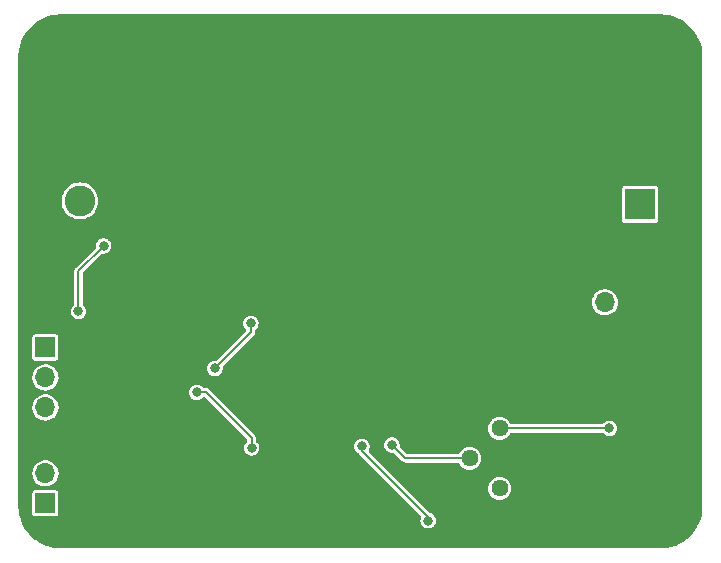
<source format=gbr>
%TF.GenerationSoftware,KiCad,Pcbnew,(6.0.6-0)*%
%TF.CreationDate,2022-08-07T14:06:52-04:00*%
%TF.ProjectId,BatteryLedStripDriver,42617474-6572-4794-9c65-645374726970,rev?*%
%TF.SameCoordinates,PX6160b60PY791ddc0*%
%TF.FileFunction,Copper,L2,Bot*%
%TF.FilePolarity,Positive*%
%FSLAX46Y46*%
G04 Gerber Fmt 4.6, Leading zero omitted, Abs format (unit mm)*
G04 Created by KiCad (PCBNEW (6.0.6-0)) date 2022-08-07 14:06:52*
%MOMM*%
%LPD*%
G01*
G04 APERTURE LIST*
%TA.AperFunction,ComponentPad*%
%ADD10R,2.600000X2.600000*%
%TD*%
%TA.AperFunction,ComponentPad*%
%ADD11C,2.600000*%
%TD*%
%TA.AperFunction,ComponentPad*%
%ADD12C,5.400000*%
%TD*%
%TA.AperFunction,ComponentPad*%
%ADD13C,1.440000*%
%TD*%
%TA.AperFunction,ComponentPad*%
%ADD14R,1.700000X1.700000*%
%TD*%
%TA.AperFunction,ComponentPad*%
%ADD15O,1.700000X1.700000*%
%TD*%
%TA.AperFunction,ComponentPad*%
%ADD16C,0.600000*%
%TD*%
%TA.AperFunction,SMDPad,CuDef*%
%ADD17R,5.800000X3.200000*%
%TD*%
%TA.AperFunction,ViaPad*%
%ADD18C,0.800000*%
%TD*%
%TA.AperFunction,Conductor*%
%ADD19C,0.203200*%
%TD*%
G04 APERTURE END LIST*
D10*
%TO.P,J1,1,Pin_1*%
%TO.N,GND*%
X5461000Y34671000D03*
D11*
%TO.P,J1,2,Pin_2*%
%TO.N,/VBATT*%
X5461000Y29671000D03*
%TD*%
D10*
%TO.P,J3,1,Pin_1*%
%TO.N,/VLED*%
X52883000Y29377000D03*
D11*
%TO.P,J3,2,Pin_2*%
%TO.N,GND*%
X52883000Y34377000D03*
%TD*%
D12*
%TO.P,H1,1,1*%
%TO.N,GND*%
X3810000Y41910000D03*
%TD*%
%TO.P,H4,1,1*%
%TO.N,GND*%
X54610000Y3810000D03*
%TD*%
%TO.P,H2,1,1*%
%TO.N,GND*%
X54610000Y41910000D03*
%TD*%
D13*
%TO.P,RV1,1,1*%
%TO.N,Net-(D2-Pad1)*%
X41006000Y10414000D03*
%TO.P,RV1,2,2*%
%TO.N,Net-(C1-Pad1)*%
X38466000Y7874000D03*
%TO.P,RV1,3,3*%
%TO.N,Net-(D1-Pad2)*%
X41006000Y5334000D03*
%TD*%
D12*
%TO.P,H3,1,1*%
%TO.N,GND*%
X8382000Y3810000D03*
%TD*%
D14*
%TO.P,J4,1,Pin_1*%
%TO.N,GND*%
X49911000Y18542000D03*
D15*
%TO.P,J4,2,Pin_2*%
%TO.N,/BST_VOUT*%
X49911000Y21082000D03*
%TD*%
D14*
%TO.P,J2,1,Pin_1*%
%TO.N,Net-(J2-Pad1)*%
X2540000Y17257000D03*
D15*
%TO.P,J2,2,Pin_2*%
%TO.N,/PWR_EN*%
X2540000Y14717000D03*
%TO.P,J2,3,Pin_3*%
%TO.N,Net-(J2-Pad3)*%
X2540000Y12177000D03*
%TD*%
D16*
%TO.P,U2,15,PAD*%
%TO.N,GND*%
X17974000Y15270000D03*
D17*
X20574000Y13970000D03*
D16*
X17974000Y13970000D03*
X19274000Y13970000D03*
X23174000Y13970000D03*
X21874000Y12670000D03*
X20574000Y15270000D03*
X21874000Y13970000D03*
X20574000Y12670000D03*
X23174000Y15270000D03*
X23174000Y12670000D03*
X21874000Y15270000D03*
X19274000Y12670000D03*
X17974000Y12670000D03*
X19274000Y15270000D03*
X20574000Y13970000D03*
%TD*%
D14*
%TO.P,SW1,1,1*%
%TO.N,/VBATT*%
X2540000Y4059000D03*
D15*
%TO.P,SW1,2,2*%
%TO.N,Net-(J2-Pad1)*%
X2540000Y6599000D03*
%TD*%
D18*
%TO.N,/BST_SS*%
X19939000Y19304000D03*
X16891000Y15494000D03*
%TO.N,Net-(D2-Pad1)*%
X50292000Y10414000D03*
%TO.N,/BST_FREQ*%
X15367000Y13462000D03*
X19998500Y8763000D03*
%TO.N,Net-(C1-Pad1)*%
X31877000Y9017000D03*
%TO.N,Net-(Q2-Pad1)*%
X5334000Y20320000D03*
X7467600Y25857200D03*
%TO.N,Net-(R1-Pad2)*%
X34950400Y2590800D03*
X29337000Y8890000D03*
%TO.N,GND*%
X11684000Y19507200D03*
X21590000Y34290000D03*
X17780000Y33020000D03*
X47396400Y18542000D03*
X44450000Y16510000D03*
X7569200Y38252400D03*
X40640000Y24130000D03*
X33020000Y30480000D03*
X49530000Y24130000D03*
X38049200Y14122400D03*
X13970000Y34290000D03*
X29210000Y31750000D03*
X21590000Y31750000D03*
X7366000Y16967200D03*
X27432000Y21793200D03*
X13970000Y36830000D03*
X34696400Y11734800D03*
X13462000Y19507200D03*
X14237000Y11049000D03*
X53340000Y18542000D03*
X36830000Y31826200D03*
X21844000Y7620000D03*
X27432000Y20015200D03*
X14986000Y20777200D03*
X44450000Y36830000D03*
X34645600Y13512800D03*
X55473600Y38100000D03*
X29210000Y36830000D03*
X25400000Y35560000D03*
X9296400Y9194800D03*
X33020000Y35560000D03*
X33020000Y33096200D03*
X36830000Y34290000D03*
X51460400Y38100000D03*
X21590000Y36830000D03*
X44450000Y33020000D03*
X40640000Y35560000D03*
X21590000Y29210000D03*
X29210000Y34290000D03*
X27432000Y18237200D03*
X17780000Y35560000D03*
X25400000Y33020000D03*
X29210000Y29210000D03*
X13970000Y31750000D03*
X53340000Y20320000D03*
X53441600Y38100000D03*
X24130000Y5791200D03*
X3556000Y38252400D03*
X25400000Y30480000D03*
X17780000Y30302200D03*
X5435600Y38252400D03*
X36830000Y36830000D03*
X13970000Y29210000D03*
X11841000Y9779000D03*
X44450000Y25400000D03*
%TD*%
D19*
%TO.N,/BST_SS*%
X19939000Y19304000D02*
X19939000Y18542000D01*
X19939000Y18542000D02*
X16891000Y15494000D01*
%TO.N,Net-(D2-Pad1)*%
X50292000Y10414000D02*
X41006000Y10414000D01*
%TO.N,/BST_FREQ*%
X19998500Y9592500D02*
X16129000Y13462000D01*
X16129000Y13462000D02*
X15367000Y13462000D01*
X19998500Y8763000D02*
X19998500Y9592500D01*
%TO.N,Net-(C1-Pad1)*%
X38466000Y7874000D02*
X33020000Y7874000D01*
X33020000Y7874000D02*
X31877000Y9017000D01*
%TO.N,Net-(Q2-Pad1)*%
X5334000Y23723600D02*
X5334000Y20320000D01*
X7467600Y25857200D02*
X5334000Y23723600D01*
%TO.N,Net-(R1-Pad2)*%
X34950400Y2590800D02*
X34950400Y2895600D01*
X34950400Y2895600D02*
X29337000Y8509000D01*
X29337000Y8509000D02*
X29337000Y8890000D01*
%TD*%
%TA.AperFunction,Conductor*%
%TO.N,GND*%
G36*
X54597103Y45463079D02*
G01*
X54610000Y45460514D01*
X54622169Y45462934D01*
X54634569Y45462934D01*
X54645624Y45463749D01*
X54843942Y45454007D01*
X54952322Y45448682D01*
X54964618Y45447472D01*
X55297520Y45398090D01*
X55309642Y45395680D01*
X55405572Y45371650D01*
X55636101Y45313905D01*
X55647933Y45310316D01*
X55964803Y45196939D01*
X55976227Y45192207D01*
X56280456Y45048317D01*
X56291361Y45042488D01*
X56580024Y44869470D01*
X56590305Y44862600D01*
X56860613Y44662126D01*
X56870171Y44654282D01*
X57119531Y44428275D01*
X57128275Y44419531D01*
X57354282Y44170171D01*
X57362126Y44160613D01*
X57562600Y43890305D01*
X57569470Y43880024D01*
X57742488Y43591361D01*
X57748317Y43580456D01*
X57892207Y43276227D01*
X57896939Y43264803D01*
X58010316Y42947933D01*
X58013905Y42936101D01*
X58095679Y42609645D01*
X58098091Y42597517D01*
X58147471Y42264623D01*
X58148683Y42252317D01*
X58163749Y41945624D01*
X58162934Y41934569D01*
X58162934Y41922169D01*
X58160514Y41910000D01*
X58163079Y41897106D01*
X58165500Y41872524D01*
X58165500Y3847476D01*
X58163079Y3822897D01*
X58160514Y3810000D01*
X58162935Y3797829D01*
X58162935Y3785418D01*
X58162908Y3785418D01*
X58163716Y3774392D01*
X58147964Y3460006D01*
X58146704Y3447458D01*
X58095213Y3107195D01*
X58092704Y3094838D01*
X58007466Y2761446D01*
X58003735Y2749400D01*
X57885598Y2426194D01*
X57880682Y2414581D01*
X57730821Y2104785D01*
X57724768Y2093723D01*
X57544706Y1800481D01*
X57537578Y1790078D01*
X57329098Y1516292D01*
X57320971Y1506660D01*
X57086157Y1255070D01*
X57077116Y1246307D01*
X56818335Y1019454D01*
X56808455Y1011631D01*
X56718473Y947444D01*
X56528295Y811783D01*
X56517675Y804983D01*
X56218959Y634147D01*
X56207713Y628442D01*
X55893406Y488316D01*
X55881646Y483764D01*
X55760656Y443769D01*
X55554906Y375756D01*
X55542764Y372406D01*
X55414704Y343886D01*
X55206860Y297598D01*
X55194430Y295476D01*
X54881976Y258115D01*
X54870814Y258162D01*
X54870815Y258148D01*
X54858434Y257293D01*
X54846124Y258870D01*
X54834147Y255616D01*
X54822318Y254799D01*
X54813638Y254500D01*
X4089115Y254500D01*
X4072555Y255593D01*
X4059569Y257315D01*
X4059568Y257315D01*
X4047265Y258946D01*
X4035274Y255745D01*
X4022889Y254944D01*
X4022887Y254970D01*
X4011940Y253452D01*
X3923018Y252159D01*
X3697023Y248873D01*
X3684437Y249320D01*
X3512925Y264011D01*
X3341404Y278704D01*
X3328943Y280402D01*
X3146339Y314658D01*
X2990541Y343886D01*
X2978294Y346824D01*
X2647931Y443769D01*
X2636040Y447915D01*
X2317008Y577353D01*
X2305605Y582656D01*
X2001058Y743311D01*
X1990253Y749721D01*
X1703265Y939975D01*
X1693155Y947431D01*
X1426598Y1165379D01*
X1417270Y1173819D01*
X1173819Y1417270D01*
X1165379Y1426598D01*
X947431Y1693155D01*
X939975Y1703265D01*
X749721Y1990253D01*
X743311Y2001058D01*
X582656Y2305605D01*
X577353Y2317008D01*
X447915Y2636040D01*
X443769Y2647931D01*
X346824Y2978294D01*
X343886Y2990541D01*
X308744Y3177865D01*
X280402Y3328943D01*
X278703Y3341413D01*
X268545Y3460006D01*
X249320Y3684437D01*
X248873Y3697023D01*
X253452Y4011939D01*
X254970Y4022887D01*
X254944Y4022889D01*
X255745Y4035274D01*
X258946Y4047265D01*
X255593Y4072555D01*
X254500Y4089115D01*
X254500Y4934067D01*
X1435500Y4934067D01*
X1435501Y3183934D01*
X1442612Y3148182D01*
X1445086Y3135745D01*
X1450266Y3109699D01*
X1506516Y3025516D01*
X1590699Y2969266D01*
X1664933Y2954500D01*
X2539858Y2954500D01*
X3415066Y2954501D01*
X3450818Y2961612D01*
X3477126Y2966844D01*
X3477128Y2966845D01*
X3489301Y2969266D01*
X3499621Y2976161D01*
X3499622Y2976162D01*
X3563168Y3018623D01*
X3573484Y3025516D01*
X3629734Y3109699D01*
X3644500Y3183933D01*
X3644499Y4934066D01*
X3629734Y5008301D01*
X3573484Y5092484D01*
X3489301Y5148734D01*
X3415067Y5163500D01*
X2540142Y5163500D01*
X1664934Y5163499D01*
X1633430Y5157233D01*
X1602874Y5151156D01*
X1602872Y5151155D01*
X1590699Y5148734D01*
X1580379Y5141839D01*
X1580378Y5141838D01*
X1543290Y5117056D01*
X1506516Y5092484D01*
X1450266Y5008301D01*
X1435500Y4934067D01*
X254500Y4934067D01*
X254500Y6628036D01*
X1431148Y6628036D01*
X1444424Y6425478D01*
X1445845Y6419882D01*
X1445846Y6419877D01*
X1477782Y6294131D01*
X1494392Y6228731D01*
X1496809Y6223488D01*
X1532621Y6145806D01*
X1579377Y6044384D01*
X1696533Y5878611D01*
X1841938Y5736965D01*
X1846742Y5733755D01*
X1878415Y5712592D01*
X2010720Y5624188D01*
X2016023Y5621910D01*
X2016026Y5621908D01*
X2104707Y5583808D01*
X2197228Y5544058D01*
X2225813Y5537590D01*
X2389579Y5500533D01*
X2389584Y5500532D01*
X2395216Y5499258D01*
X2400987Y5499031D01*
X2400989Y5499031D01*
X2460756Y5496683D01*
X2598053Y5491288D01*
X2698499Y5505852D01*
X2793231Y5519587D01*
X2793236Y5519588D01*
X2798945Y5520416D01*
X2804409Y5522271D01*
X2804414Y5522272D01*
X2985693Y5583808D01*
X2985698Y5583810D01*
X2991165Y5585666D01*
X3168276Y5684853D01*
X3187992Y5701250D01*
X3319913Y5810969D01*
X3324345Y5814655D01*
X3381463Y5883331D01*
X3450453Y5966282D01*
X3450455Y5966285D01*
X3454147Y5970724D01*
X3513845Y6077323D01*
X3550510Y6142792D01*
X3550511Y6142794D01*
X3553334Y6147835D01*
X3555190Y6153302D01*
X3555192Y6153307D01*
X3616728Y6334586D01*
X3616729Y6334591D01*
X3618584Y6340055D01*
X3619412Y6345764D01*
X3619413Y6345769D01*
X3647179Y6537273D01*
X3647712Y6540947D01*
X3649232Y6599000D01*
X3630658Y6801141D01*
X3629090Y6806701D01*
X3577125Y6990954D01*
X3577124Y6990956D01*
X3575557Y6996513D01*
X3564978Y7017967D01*
X3488331Y7173391D01*
X3485776Y7178572D01*
X3364320Y7341221D01*
X3215258Y7479013D01*
X3210375Y7482094D01*
X3210371Y7482097D01*
X3048464Y7584252D01*
X3043581Y7587333D01*
X2855039Y7662554D01*
X2849379Y7663680D01*
X2849375Y7663681D01*
X2661613Y7701029D01*
X2661610Y7701029D01*
X2655946Y7702156D01*
X2650171Y7702232D01*
X2650167Y7702232D01*
X2548793Y7703559D01*
X2452971Y7704813D01*
X2447274Y7703834D01*
X2447273Y7703834D01*
X2258607Y7671415D01*
X2252910Y7670436D01*
X2062463Y7600176D01*
X1888010Y7496388D01*
X1883670Y7492582D01*
X1883666Y7492579D01*
X1739733Y7366352D01*
X1735392Y7362545D01*
X1609720Y7203131D01*
X1607031Y7198020D01*
X1607029Y7198017D01*
X1594073Y7173391D01*
X1515203Y7023485D01*
X1455007Y6829622D01*
X1431148Y6628036D01*
X254500Y6628036D01*
X254500Y12206036D01*
X1431148Y12206036D01*
X1444424Y12003478D01*
X1445845Y11997882D01*
X1445846Y11997877D01*
X1466119Y11918055D01*
X1494392Y11806731D01*
X1496809Y11801488D01*
X1534010Y11720792D01*
X1579377Y11622384D01*
X1696533Y11456611D01*
X1841938Y11314965D01*
X2010720Y11202188D01*
X2016023Y11199910D01*
X2016026Y11199908D01*
X2104707Y11161808D01*
X2197228Y11122058D01*
X2270244Y11105536D01*
X2389579Y11078533D01*
X2389584Y11078532D01*
X2395216Y11077258D01*
X2400987Y11077031D01*
X2400989Y11077031D01*
X2460756Y11074683D01*
X2598053Y11069288D01*
X2698499Y11083852D01*
X2793231Y11097587D01*
X2793236Y11097588D01*
X2798945Y11098416D01*
X2804409Y11100271D01*
X2804414Y11100272D01*
X2985693Y11161808D01*
X2985698Y11161810D01*
X2991165Y11163666D01*
X3168276Y11262853D01*
X3229501Y11313773D01*
X3319913Y11388969D01*
X3324345Y11392655D01*
X3454147Y11548724D01*
X3553334Y11725835D01*
X3555190Y11731302D01*
X3555192Y11731307D01*
X3616728Y11912586D01*
X3616729Y11912591D01*
X3618584Y11918055D01*
X3619412Y11923764D01*
X3619413Y11923769D01*
X3647179Y12115273D01*
X3647712Y12118947D01*
X3649232Y12177000D01*
X3630658Y12379141D01*
X3629090Y12384701D01*
X3577125Y12568954D01*
X3577124Y12568956D01*
X3575557Y12574513D01*
X3564978Y12595967D01*
X3488331Y12751391D01*
X3485776Y12756572D01*
X3364320Y12919221D01*
X3215258Y13057013D01*
X3210375Y13060094D01*
X3210371Y13060097D01*
X3048464Y13162252D01*
X3043581Y13165333D01*
X2855039Y13240554D01*
X2849379Y13241680D01*
X2849375Y13241681D01*
X2661613Y13279029D01*
X2661610Y13279029D01*
X2655946Y13280156D01*
X2650171Y13280232D01*
X2650167Y13280232D01*
X2548793Y13281559D01*
X2452971Y13282813D01*
X2447274Y13281834D01*
X2447273Y13281834D01*
X2258607Y13249415D01*
X2252910Y13248436D01*
X2062463Y13178176D01*
X1888010Y13074388D01*
X1883670Y13070582D01*
X1883666Y13070579D01*
X1815503Y13010801D01*
X1735392Y12940545D01*
X1731817Y12936010D01*
X1731816Y12936009D01*
X1714931Y12914591D01*
X1609720Y12781131D01*
X1607031Y12776020D01*
X1607029Y12776017D01*
X1594073Y12751391D01*
X1515203Y12601485D01*
X1455007Y12407622D01*
X1431148Y12206036D01*
X254500Y12206036D01*
X254500Y13468904D01*
X14707729Y13468904D01*
X14725113Y13311447D01*
X14727723Y13304316D01*
X14727723Y13304314D01*
X14773883Y13178176D01*
X14779553Y13162681D01*
X14783789Y13156378D01*
X14783789Y13156377D01*
X14848487Y13060097D01*
X14867908Y13031195D01*
X14873527Y13026082D01*
X14873528Y13026081D01*
X14884903Y13015731D01*
X14985076Y12924581D01*
X15124293Y12848992D01*
X15277522Y12808793D01*
X15361477Y12807474D01*
X15428319Y12806424D01*
X15428322Y12806424D01*
X15435916Y12806305D01*
X15590332Y12841671D01*
X15660742Y12877083D01*
X15725072Y12909437D01*
X15725075Y12909439D01*
X15731855Y12912849D01*
X15737626Y12917778D01*
X15737629Y12917780D01*
X15846542Y13010801D01*
X15846543Y13010802D01*
X15852314Y13015731D01*
X15857487Y13022930D01*
X15858221Y13023502D01*
X15861889Y13027491D01*
X15862554Y13026879D01*
X15913482Y13066576D01*
X15984185Y13073020D01*
X16048903Y13038496D01*
X17827370Y11260028D01*
X19605495Y9481903D01*
X19639521Y9419591D01*
X19642400Y9392808D01*
X19642400Y9378226D01*
X19622398Y9310105D01*
X19599229Y9283277D01*
X19514265Y9209158D01*
X19514261Y9209154D01*
X19508539Y9204162D01*
X19417450Y9074556D01*
X19406484Y9046429D01*
X19365547Y8941431D01*
X19359906Y8926963D01*
X19358914Y8919430D01*
X19358914Y8919429D01*
X19340364Y8778523D01*
X19339229Y8769904D01*
X19356613Y8612447D01*
X19359223Y8605316D01*
X19359223Y8605314D01*
X19405183Y8479723D01*
X19411053Y8463681D01*
X19415289Y8457378D01*
X19415289Y8457377D01*
X19452457Y8402066D01*
X19499408Y8332195D01*
X19505027Y8327082D01*
X19505028Y8327081D01*
X19589698Y8250038D01*
X19616576Y8225581D01*
X19755793Y8149992D01*
X19909022Y8109793D01*
X19992977Y8108474D01*
X20059819Y8107424D01*
X20059822Y8107424D01*
X20067416Y8107305D01*
X20221832Y8142671D01*
X20292242Y8178083D01*
X20356572Y8210437D01*
X20356575Y8210439D01*
X20363355Y8213849D01*
X20369126Y8218778D01*
X20369129Y8218780D01*
X20478036Y8311796D01*
X20478036Y8311797D01*
X20483814Y8316731D01*
X20576255Y8445376D01*
X20635342Y8592359D01*
X20649058Y8688736D01*
X20657081Y8745109D01*
X20657081Y8745112D01*
X20657662Y8749193D01*
X20657807Y8763000D01*
X20655519Y8781912D01*
X20653602Y8797746D01*
X20641603Y8896904D01*
X28677729Y8896904D01*
X28684761Y8833215D01*
X28693582Y8753318D01*
X28695113Y8739447D01*
X28697723Y8732316D01*
X28697723Y8732314D01*
X28746185Y8599885D01*
X28749553Y8590681D01*
X28753789Y8584378D01*
X28753789Y8584377D01*
X28830100Y8470815D01*
X28837908Y8459195D01*
X28843527Y8454082D01*
X28843528Y8454081D01*
X28945488Y8361305D01*
X28955076Y8352581D01*
X28961749Y8348958D01*
X29015200Y8319936D01*
X29044591Y8296992D01*
X29044999Y8297400D01*
X29045612Y8296787D01*
X29047288Y8294886D01*
X29047908Y8294402D01*
X29048454Y8293808D01*
X29048657Y8293431D01*
X29048609Y8293388D01*
X29048792Y8293181D01*
X29051735Y8287726D01*
X29059382Y8280658D01*
X29059382Y8280657D01*
X29088795Y8253468D01*
X29092361Y8250038D01*
X34330989Y3011410D01*
X34365015Y2949098D01*
X34359287Y2876546D01*
X34311806Y2754763D01*
X34291129Y2597704D01*
X34308513Y2440247D01*
X34311123Y2433116D01*
X34311123Y2433114D01*
X34355749Y2311168D01*
X34362953Y2291481D01*
X34451308Y2159995D01*
X34456927Y2154882D01*
X34456928Y2154881D01*
X34468303Y2144531D01*
X34568476Y2053381D01*
X34707693Y1977792D01*
X34860922Y1937593D01*
X34944877Y1936274D01*
X35011719Y1935224D01*
X35011722Y1935224D01*
X35019316Y1935105D01*
X35173732Y1970471D01*
X35244142Y2005883D01*
X35308472Y2038237D01*
X35308475Y2038239D01*
X35315255Y2041649D01*
X35321026Y2046578D01*
X35321029Y2046580D01*
X35429936Y2139596D01*
X35429936Y2139597D01*
X35435714Y2144531D01*
X35528155Y2273176D01*
X35587242Y2420159D01*
X35609562Y2576993D01*
X35609707Y2590800D01*
X35590676Y2748067D01*
X35534680Y2896254D01*
X35501954Y2943871D01*
X35449255Y3020549D01*
X35449254Y3020551D01*
X35444953Y3026808D01*
X35326675Y3132189D01*
X35186674Y3206316D01*
X35162508Y3212386D01*
X35104107Y3245495D01*
X33001930Y5347672D01*
X40026880Y5347672D01*
X40042872Y5157233D01*
X40095549Y4973527D01*
X40098367Y4968045D01*
X40098368Y4968041D01*
X40180085Y4809037D01*
X40180088Y4809033D01*
X40182905Y4803551D01*
X40301612Y4653780D01*
X40306306Y4649785D01*
X40330086Y4629547D01*
X40447149Y4529918D01*
X40452527Y4526912D01*
X40452529Y4526911D01*
X40492733Y4504442D01*
X40613972Y4436684D01*
X40795728Y4377628D01*
X40985493Y4355000D01*
X40991628Y4355472D01*
X40991630Y4355472D01*
X41055393Y4360378D01*
X41176039Y4369661D01*
X41360108Y4421055D01*
X41365612Y4423835D01*
X41525189Y4504442D01*
X41525191Y4504443D01*
X41530690Y4507221D01*
X41681286Y4624880D01*
X41685312Y4629544D01*
X41685315Y4629547D01*
X41802134Y4764884D01*
X41806161Y4769549D01*
X41900557Y4935717D01*
X41960881Y5117056D01*
X41984833Y5306659D01*
X41985215Y5334000D01*
X41966566Y5524197D01*
X41911329Y5707150D01*
X41821609Y5875889D01*
X41817719Y5880659D01*
X41817716Y5880663D01*
X41704717Y6019213D01*
X41704714Y6019216D01*
X41700822Y6023988D01*
X41669828Y6049629D01*
X41558319Y6141877D01*
X41553570Y6145806D01*
X41385461Y6236702D01*
X41202899Y6293215D01*
X41196781Y6293858D01*
X41196776Y6293859D01*
X41018965Y6312547D01*
X41018963Y6312547D01*
X41012836Y6313191D01*
X40933644Y6305984D01*
X40828652Y6296429D01*
X40828649Y6296428D01*
X40822513Y6295870D01*
X40816607Y6294132D01*
X40816603Y6294131D01*
X40683352Y6254912D01*
X40639180Y6241912D01*
X40469818Y6153372D01*
X40320879Y6033622D01*
X40198036Y5887224D01*
X40195068Y5881826D01*
X40195065Y5881821D01*
X40118584Y5742700D01*
X40105969Y5719754D01*
X40104108Y5713887D01*
X40104107Y5713885D01*
X40074930Y5621908D01*
X40048183Y5537590D01*
X40026880Y5347672D01*
X33001930Y5347672D01*
X29932191Y8417411D01*
X29898165Y8479723D01*
X29903230Y8550538D01*
X29910575Y8566559D01*
X29914755Y8572376D01*
X29917586Y8579419D01*
X29917588Y8579422D01*
X29960354Y8685806D01*
X29973842Y8719359D01*
X29982992Y8783651D01*
X29995581Y8872109D01*
X29995581Y8872112D01*
X29996162Y8876193D01*
X29996307Y8890000D01*
X29980103Y9023904D01*
X31217729Y9023904D01*
X31226421Y8945175D01*
X31233582Y8880318D01*
X31235113Y8866447D01*
X31237723Y8859316D01*
X31237723Y8859314D01*
X31286185Y8726885D01*
X31289553Y8717681D01*
X31293789Y8711378D01*
X31293789Y8711377D01*
X31370100Y8597815D01*
X31377908Y8586195D01*
X31383527Y8581082D01*
X31383528Y8581081D01*
X31397995Y8567917D01*
X31495076Y8479581D01*
X31634293Y8403992D01*
X31787522Y8363793D01*
X31873206Y8362447D01*
X31938320Y8361424D01*
X31938323Y8361424D01*
X31945916Y8361305D01*
X31953317Y8363000D01*
X31960587Y8363764D01*
X32030425Y8350990D01*
X32062849Y8327549D01*
X32731833Y7658565D01*
X32744505Y7642875D01*
X32747327Y7639774D01*
X32752975Y7631026D01*
X32761153Y7624579D01*
X32777367Y7611797D01*
X32781397Y7608216D01*
X32781480Y7608314D01*
X32785437Y7604961D01*
X32789118Y7601280D01*
X32793350Y7598256D01*
X32793352Y7598254D01*
X32803711Y7590851D01*
X32808456Y7587288D01*
X32837895Y7564080D01*
X32837897Y7564079D01*
X32846075Y7557632D01*
X32854180Y7554786D01*
X32861171Y7549790D01*
X32896462Y7539236D01*
X32907071Y7536063D01*
X32912715Y7534229D01*
X32950447Y7520979D01*
X32950450Y7520978D01*
X32957929Y7518352D01*
X32963148Y7517900D01*
X32965859Y7517900D01*
X32968135Y7517802D01*
X32968585Y7517667D01*
X32968583Y7517613D01*
X32968814Y7517598D01*
X32974751Y7515823D01*
X33025149Y7517803D01*
X33030095Y7517900D01*
X37476392Y7517900D01*
X37544513Y7497898D01*
X37588456Y7449498D01*
X37642905Y7343551D01*
X37761612Y7193780D01*
X37766306Y7189785D01*
X37790086Y7169547D01*
X37907149Y7069918D01*
X37912527Y7066912D01*
X37912529Y7066911D01*
X37952733Y7044442D01*
X38073972Y6976684D01*
X38255728Y6917628D01*
X38445493Y6895000D01*
X38451628Y6895472D01*
X38451630Y6895472D01*
X38515393Y6900378D01*
X38636039Y6909661D01*
X38820108Y6961055D01*
X38825612Y6963835D01*
X38985189Y7044442D01*
X38985191Y7044443D01*
X38990690Y7047221D01*
X39141286Y7164880D01*
X39145312Y7169544D01*
X39145315Y7169547D01*
X39262134Y7304884D01*
X39266161Y7309549D01*
X39360557Y7475717D01*
X39362680Y7482097D01*
X39404634Y7608216D01*
X39420881Y7657056D01*
X39444833Y7846659D01*
X39445215Y7874000D01*
X39426566Y8064197D01*
X39371329Y8247150D01*
X39316116Y8350990D01*
X39284503Y8410447D01*
X39284501Y8410450D01*
X39281609Y8415889D01*
X39277719Y8420659D01*
X39277716Y8420663D01*
X39164717Y8559213D01*
X39164714Y8559216D01*
X39160822Y8563988D01*
X39135055Y8585305D01*
X39018319Y8681877D01*
X39013570Y8685806D01*
X38845461Y8776702D01*
X38662899Y8833215D01*
X38656781Y8833858D01*
X38656776Y8833859D01*
X38478965Y8852547D01*
X38478963Y8852547D01*
X38472836Y8853191D01*
X38393644Y8845984D01*
X38288652Y8836429D01*
X38288649Y8836428D01*
X38282513Y8835870D01*
X38276607Y8834132D01*
X38276603Y8834131D01*
X38143352Y8794912D01*
X38099180Y8781912D01*
X37929818Y8693372D01*
X37925018Y8689512D01*
X37925017Y8689512D01*
X37790156Y8581081D01*
X37780879Y8573622D01*
X37658036Y8427224D01*
X37655068Y8421826D01*
X37655065Y8421821D01*
X37603239Y8327549D01*
X37588870Y8301410D01*
X37585565Y8295399D01*
X37535220Y8245341D01*
X37475150Y8230100D01*
X33219692Y8230100D01*
X33151571Y8250102D01*
X33130596Y8267005D01*
X32563019Y8834583D01*
X32528994Y8896895D01*
X32527372Y8941431D01*
X32535581Y8999109D01*
X32535581Y8999112D01*
X32536162Y9003193D01*
X32536307Y9017000D01*
X32517276Y9174267D01*
X32461280Y9322454D01*
X32387152Y9430311D01*
X32375855Y9446749D01*
X32375854Y9446751D01*
X32371553Y9453008D01*
X32253275Y9558389D01*
X32245889Y9562300D01*
X32148794Y9613709D01*
X32113274Y9632516D01*
X31959633Y9671108D01*
X31952034Y9671148D01*
X31952033Y9671148D01*
X31886181Y9671493D01*
X31801221Y9671938D01*
X31793841Y9670166D01*
X31793839Y9670166D01*
X31654563Y9636729D01*
X31654560Y9636728D01*
X31647184Y9634957D01*
X31506414Y9562300D01*
X31387039Y9458162D01*
X31295950Y9328556D01*
X31267178Y9254759D01*
X31244056Y9195454D01*
X31238406Y9180963D01*
X31237414Y9173430D01*
X31237414Y9173429D01*
X31220805Y9047267D01*
X31217729Y9023904D01*
X29980103Y9023904D01*
X29977276Y9047267D01*
X29921280Y9195454D01*
X29859886Y9284783D01*
X29835855Y9319749D01*
X29835854Y9319751D01*
X29831553Y9326008D01*
X29821717Y9334772D01*
X29718946Y9426336D01*
X29713275Y9431389D01*
X29705889Y9435300D01*
X29579988Y9501961D01*
X29579989Y9501961D01*
X29573274Y9505516D01*
X29419633Y9544108D01*
X29412034Y9544148D01*
X29412033Y9544148D01*
X29346181Y9544493D01*
X29261221Y9544938D01*
X29253841Y9543166D01*
X29253839Y9543166D01*
X29114563Y9509729D01*
X29114560Y9509728D01*
X29107184Y9507957D01*
X28966414Y9435300D01*
X28847039Y9331162D01*
X28755950Y9201556D01*
X28744984Y9173429D01*
X28704056Y9068454D01*
X28698406Y9053963D01*
X28697414Y9046430D01*
X28697414Y9046429D01*
X28680805Y8920267D01*
X28677729Y8896904D01*
X20641603Y8896904D01*
X20638776Y8920267D01*
X20582780Y9068454D01*
X20500589Y9188043D01*
X20497355Y9192749D01*
X20497354Y9192751D01*
X20493053Y9199008D01*
X20487268Y9204162D01*
X20396781Y9284783D01*
X20359225Y9345034D01*
X20354600Y9378860D01*
X20354600Y9541078D01*
X20356732Y9561111D01*
X20356930Y9565309D01*
X20359123Y9575494D01*
X20355473Y9606333D01*
X20355156Y9611715D01*
X20355028Y9611704D01*
X20354600Y9616882D01*
X20354600Y9622084D01*
X20352457Y9634957D01*
X20351658Y9639761D01*
X20350823Y9645633D01*
X20346415Y9682875D01*
X20346413Y9682882D01*
X20345189Y9693223D01*
X20341471Y9700966D01*
X20340060Y9709442D01*
X20317298Y9751626D01*
X20314617Y9756889D01*
X20297304Y9792944D01*
X20297303Y9792945D01*
X20293872Y9800091D01*
X20290501Y9804101D01*
X20288562Y9806040D01*
X20287047Y9807692D01*
X20286827Y9808100D01*
X20286868Y9808138D01*
X20286708Y9808319D01*
X20283765Y9813774D01*
X20246718Y9848019D01*
X20243153Y9851449D01*
X19666930Y10427672D01*
X40026880Y10427672D01*
X40033199Y10352423D01*
X40041726Y10250885D01*
X40042872Y10237233D01*
X40095549Y10053527D01*
X40098367Y10048045D01*
X40098368Y10048041D01*
X40180085Y9889037D01*
X40180088Y9889033D01*
X40182905Y9883551D01*
X40301612Y9733780D01*
X40306306Y9729785D01*
X40424774Y9628961D01*
X40447149Y9609918D01*
X40452527Y9606912D01*
X40452529Y9606911D01*
X40490239Y9585836D01*
X40613972Y9516684D01*
X40795728Y9457628D01*
X40985493Y9435000D01*
X40991628Y9435472D01*
X40991630Y9435472D01*
X41055393Y9440378D01*
X41176039Y9449661D01*
X41360108Y9501055D01*
X41366881Y9504476D01*
X41525189Y9584442D01*
X41525191Y9584443D01*
X41530690Y9587221D01*
X41681286Y9704880D01*
X41685312Y9709544D01*
X41685315Y9709547D01*
X41802134Y9844884D01*
X41806161Y9849549D01*
X41812915Y9861437D01*
X41873297Y9967731D01*
X41888298Y9994137D01*
X41939337Y10043487D01*
X41997854Y10057900D01*
X49675572Y10057900D01*
X49743693Y10037898D01*
X49780152Y10002178D01*
X49792908Y9983195D01*
X49910076Y9876581D01*
X50049293Y9800992D01*
X50202522Y9760793D01*
X50286477Y9759474D01*
X50353319Y9758424D01*
X50353322Y9758424D01*
X50360916Y9758305D01*
X50515332Y9793671D01*
X50617159Y9844884D01*
X50650072Y9861437D01*
X50650075Y9861439D01*
X50656855Y9864849D01*
X50662626Y9869778D01*
X50662629Y9869780D01*
X50771536Y9962796D01*
X50771536Y9962797D01*
X50777314Y9967731D01*
X50869755Y10096376D01*
X50928842Y10243359D01*
X50951162Y10400193D01*
X50951307Y10414000D01*
X50932276Y10571267D01*
X50876280Y10719454D01*
X50804669Y10823649D01*
X50790855Y10843749D01*
X50790854Y10843751D01*
X50786553Y10850008D01*
X50668275Y10955389D01*
X50660889Y10959300D01*
X50534988Y11025961D01*
X50534989Y11025961D01*
X50528274Y11029516D01*
X50374633Y11068108D01*
X50367034Y11068148D01*
X50367033Y11068148D01*
X50301181Y11068493D01*
X50216221Y11068938D01*
X50208841Y11067166D01*
X50208839Y11067166D01*
X50069563Y11033729D01*
X50069560Y11033728D01*
X50062184Y11031957D01*
X49921414Y10959300D01*
X49802039Y10855162D01*
X49797672Y10848949D01*
X49797667Y10848943D01*
X49779890Y10823649D01*
X49724356Y10779417D01*
X49676804Y10770100D01*
X41996103Y10770100D01*
X41927982Y10790102D01*
X41884852Y10836946D01*
X41872512Y10860154D01*
X41821609Y10955889D01*
X41817719Y10960659D01*
X41817716Y10960663D01*
X41704717Y11099213D01*
X41704714Y11099216D01*
X41700822Y11103988D01*
X41680521Y11120783D01*
X41558319Y11221877D01*
X41553570Y11225806D01*
X41385461Y11316702D01*
X41202899Y11373215D01*
X41196781Y11373858D01*
X41196776Y11373859D01*
X41018965Y11392547D01*
X41018963Y11392547D01*
X41012836Y11393191D01*
X40933644Y11385984D01*
X40828652Y11376429D01*
X40828649Y11376428D01*
X40822513Y11375870D01*
X40816607Y11374132D01*
X40816603Y11374131D01*
X40683352Y11334912D01*
X40639180Y11321912D01*
X40469818Y11233372D01*
X40465018Y11229512D01*
X40465017Y11229512D01*
X40383121Y11163666D01*
X40320879Y11113622D01*
X40198036Y10967224D01*
X40195068Y10961826D01*
X40195065Y10961821D01*
X40139174Y10860154D01*
X40105969Y10799754D01*
X40104108Y10793887D01*
X40104107Y10793885D01*
X40096562Y10770100D01*
X40048183Y10617590D01*
X40026880Y10427672D01*
X19666930Y10427672D01*
X16417167Y13677435D01*
X16404495Y13693125D01*
X16401673Y13696226D01*
X16396025Y13704974D01*
X16371633Y13724203D01*
X16367603Y13727784D01*
X16367520Y13727686D01*
X16363563Y13731039D01*
X16359882Y13734720D01*
X16355648Y13737746D01*
X16345289Y13745149D01*
X16340544Y13748712D01*
X16311105Y13771920D01*
X16311103Y13771921D01*
X16302925Y13778368D01*
X16294820Y13781214D01*
X16287829Y13786210D01*
X16241938Y13799934D01*
X16236293Y13801768D01*
X16198553Y13815021D01*
X16198550Y13815022D01*
X16191071Y13817648D01*
X16185852Y13818100D01*
X16183141Y13818100D01*
X16180864Y13818198D01*
X16180415Y13818333D01*
X16180417Y13818387D01*
X16180184Y13818402D01*
X16174248Y13820177D01*
X16124385Y13818218D01*
X16123850Y13818197D01*
X16118904Y13818100D01*
X15982764Y13818100D01*
X15914643Y13838102D01*
X15878924Y13872733D01*
X15865855Y13891749D01*
X15865854Y13891751D01*
X15861553Y13898008D01*
X15743275Y14003389D01*
X15735889Y14007300D01*
X15609988Y14073961D01*
X15609989Y14073961D01*
X15603274Y14077516D01*
X15449633Y14116108D01*
X15442034Y14116148D01*
X15442033Y14116148D01*
X15376181Y14116493D01*
X15291221Y14116938D01*
X15283841Y14115166D01*
X15283839Y14115166D01*
X15144563Y14081729D01*
X15144560Y14081728D01*
X15137184Y14079957D01*
X14996414Y14007300D01*
X14877039Y13903162D01*
X14785950Y13773556D01*
X14728406Y13625963D01*
X14727414Y13618430D01*
X14727414Y13618429D01*
X14726241Y13609515D01*
X14707729Y13468904D01*
X254500Y13468904D01*
X254500Y14746036D01*
X1431148Y14746036D01*
X1444424Y14543478D01*
X1445845Y14537882D01*
X1445846Y14537877D01*
X1466119Y14458055D01*
X1494392Y14346731D01*
X1496809Y14341488D01*
X1534010Y14260792D01*
X1579377Y14162384D01*
X1582710Y14157668D01*
X1692505Y14002311D01*
X1696533Y13996611D01*
X1841938Y13854965D01*
X1846742Y13851755D01*
X1896681Y13818387D01*
X2010720Y13742188D01*
X2016023Y13739910D01*
X2016026Y13739908D01*
X2104707Y13701808D01*
X2197228Y13662058D01*
X2270244Y13645536D01*
X2389579Y13618533D01*
X2389584Y13618532D01*
X2395216Y13617258D01*
X2400987Y13617031D01*
X2400989Y13617031D01*
X2460756Y13614683D01*
X2598053Y13609288D01*
X2698499Y13623852D01*
X2793231Y13637587D01*
X2793236Y13637588D01*
X2798945Y13638416D01*
X2804409Y13640271D01*
X2804414Y13640272D01*
X2985693Y13701808D01*
X2985698Y13701810D01*
X2991165Y13703666D01*
X3027837Y13724203D01*
X3127062Y13779772D01*
X3168276Y13802853D01*
X3182907Y13815021D01*
X3319913Y13928969D01*
X3324345Y13932655D01*
X3441869Y14073961D01*
X3450453Y14084282D01*
X3450455Y14084285D01*
X3454147Y14088724D01*
X3553334Y14265835D01*
X3555190Y14271302D01*
X3555192Y14271307D01*
X3616728Y14452586D01*
X3616729Y14452591D01*
X3618584Y14458055D01*
X3619412Y14463764D01*
X3619413Y14463769D01*
X3647179Y14655273D01*
X3647712Y14658947D01*
X3649232Y14717000D01*
X3634836Y14873671D01*
X3631187Y14913387D01*
X3631186Y14913390D01*
X3630658Y14919141D01*
X3624370Y14941437D01*
X3577125Y15108954D01*
X3577124Y15108956D01*
X3575557Y15114513D01*
X3564978Y15135967D01*
X3488331Y15291391D01*
X3485776Y15296572D01*
X3364320Y15459221D01*
X3319228Y15500904D01*
X16231729Y15500904D01*
X16249113Y15343447D01*
X16251723Y15336316D01*
X16251723Y15336314D01*
X16268163Y15291391D01*
X16303553Y15194681D01*
X16391908Y15063195D01*
X16397527Y15058082D01*
X16397528Y15058081D01*
X16408903Y15047731D01*
X16509076Y14956581D01*
X16648293Y14880992D01*
X16801522Y14840793D01*
X16885477Y14839474D01*
X16952319Y14838424D01*
X16952322Y14838424D01*
X16959916Y14838305D01*
X17114332Y14873671D01*
X17215795Y14924701D01*
X17249072Y14941437D01*
X17249075Y14941439D01*
X17255855Y14944849D01*
X17261626Y14949778D01*
X17261629Y14949780D01*
X17370536Y15042796D01*
X17370536Y15042797D01*
X17376314Y15047731D01*
X17468755Y15176376D01*
X17527842Y15323359D01*
X17533965Y15366385D01*
X17549581Y15476109D01*
X17549581Y15476112D01*
X17550162Y15480193D01*
X17550307Y15494000D01*
X17540865Y15572025D01*
X17552538Y15642054D01*
X17576857Y15676256D01*
X20154435Y18253833D01*
X20170125Y18266505D01*
X20173226Y18269327D01*
X20181974Y18274975D01*
X20201203Y18299367D01*
X20204784Y18303397D01*
X20204686Y18303480D01*
X20208039Y18307437D01*
X20211720Y18311118D01*
X20222149Y18325711D01*
X20225712Y18330456D01*
X20248920Y18359895D01*
X20248921Y18359897D01*
X20255368Y18368075D01*
X20258214Y18376180D01*
X20263210Y18383171D01*
X20276934Y18429062D01*
X20278768Y18434707D01*
X20292021Y18472447D01*
X20292022Y18472450D01*
X20294648Y18479929D01*
X20295100Y18485148D01*
X20295100Y18487859D01*
X20295198Y18490136D01*
X20295333Y18490585D01*
X20295387Y18490583D01*
X20295402Y18490816D01*
X20297177Y18496752D01*
X20295197Y18547150D01*
X20295100Y18552096D01*
X20295100Y18689285D01*
X20315102Y18757406D01*
X20339270Y18785096D01*
X20418532Y18852792D01*
X20418535Y18852795D01*
X20424314Y18857731D01*
X20516755Y18986376D01*
X20575842Y19133359D01*
X20598162Y19290193D01*
X20598307Y19304000D01*
X20579276Y19461267D01*
X20523280Y19609454D01*
X20485500Y19664424D01*
X20437855Y19733749D01*
X20437854Y19733751D01*
X20433553Y19740008D01*
X20315275Y19845389D01*
X20307889Y19849300D01*
X20181988Y19915961D01*
X20181989Y19915961D01*
X20175274Y19919516D01*
X20021633Y19958108D01*
X20014034Y19958148D01*
X20014033Y19958148D01*
X19948181Y19958493D01*
X19863221Y19958938D01*
X19855841Y19957166D01*
X19855839Y19957166D01*
X19716563Y19923729D01*
X19716560Y19923728D01*
X19709184Y19921957D01*
X19568414Y19849300D01*
X19449039Y19745162D01*
X19357950Y19615556D01*
X19300406Y19467963D01*
X19279729Y19310904D01*
X19297113Y19153447D01*
X19351553Y19004681D01*
X19439908Y18873195D01*
X19513264Y18806447D01*
X19550185Y18745807D01*
X19548462Y18674832D01*
X19517558Y18624159D01*
X17076724Y16183326D01*
X17014412Y16149300D01*
X16975709Y16147587D01*
X16973633Y16148108D01*
X16966037Y16148148D01*
X16966035Y16148148D01*
X16898163Y16148503D01*
X16815221Y16148938D01*
X16807841Y16147166D01*
X16807839Y16147166D01*
X16668563Y16113729D01*
X16668560Y16113728D01*
X16661184Y16111957D01*
X16520414Y16039300D01*
X16401039Y15935162D01*
X16309950Y15805556D01*
X16302495Y15786435D01*
X16269674Y15702252D01*
X16252406Y15657963D01*
X16251414Y15650430D01*
X16251414Y15650429D01*
X16250312Y15642054D01*
X16231729Y15500904D01*
X3319228Y15500904D01*
X3215258Y15597013D01*
X3210375Y15600094D01*
X3210371Y15600097D01*
X3048464Y15702252D01*
X3043581Y15705333D01*
X2855039Y15780554D01*
X2849379Y15781680D01*
X2849375Y15781681D01*
X2661613Y15819029D01*
X2661610Y15819029D01*
X2655946Y15820156D01*
X2650171Y15820232D01*
X2650167Y15820232D01*
X2548793Y15821559D01*
X2452971Y15822813D01*
X2447274Y15821834D01*
X2447273Y15821834D01*
X2311339Y15798476D01*
X2252910Y15788436D01*
X2062463Y15718176D01*
X1888010Y15614388D01*
X1883670Y15610582D01*
X1883666Y15610579D01*
X1739733Y15484352D01*
X1735392Y15480545D01*
X1609720Y15321131D01*
X1607031Y15316020D01*
X1607029Y15316017D01*
X1594073Y15291391D01*
X1515203Y15141485D01*
X1488009Y15053905D01*
X1459376Y14961691D01*
X1455007Y14947622D01*
X1431148Y14746036D01*
X254500Y14746036D01*
X254500Y18132067D01*
X1435500Y18132067D01*
X1435501Y16381934D01*
X1450266Y16307699D01*
X1506516Y16223516D01*
X1590699Y16167266D01*
X1664933Y16152500D01*
X2539858Y16152500D01*
X3415066Y16152501D01*
X3450818Y16159612D01*
X3477126Y16164844D01*
X3477128Y16164845D01*
X3489301Y16167266D01*
X3499621Y16174161D01*
X3499622Y16174162D01*
X3563168Y16216623D01*
X3573484Y16223516D01*
X3629734Y16307699D01*
X3644500Y16381933D01*
X3644499Y18132066D01*
X3629734Y18206301D01*
X3589507Y18266505D01*
X3580377Y18280168D01*
X3573484Y18290484D01*
X3489301Y18346734D01*
X3415067Y18361500D01*
X2540142Y18361500D01*
X1664934Y18361499D01*
X1629182Y18354388D01*
X1602874Y18349156D01*
X1602872Y18349155D01*
X1590699Y18346734D01*
X1580379Y18339839D01*
X1580378Y18339838D01*
X1528535Y18305197D01*
X1506516Y18290484D01*
X1450266Y18206301D01*
X1435500Y18132067D01*
X254500Y18132067D01*
X254500Y20326904D01*
X4674729Y20326904D01*
X4678365Y20293969D01*
X4686536Y20219965D01*
X4692113Y20169447D01*
X4694723Y20162316D01*
X4694723Y20162314D01*
X4727960Y20071490D01*
X4746553Y20020681D01*
X4750789Y20014378D01*
X4750789Y20014377D01*
X4788043Y19958938D01*
X4834908Y19889195D01*
X4840527Y19884082D01*
X4840528Y19884081D01*
X4946460Y19787691D01*
X4952076Y19782581D01*
X5091293Y19706992D01*
X5244522Y19666793D01*
X5328477Y19665474D01*
X5395319Y19664424D01*
X5395322Y19664424D01*
X5402916Y19664305D01*
X5557332Y19699671D01*
X5647782Y19745162D01*
X5692072Y19767437D01*
X5692075Y19767439D01*
X5698855Y19770849D01*
X5704626Y19775778D01*
X5704629Y19775780D01*
X5813536Y19868796D01*
X5813536Y19868797D01*
X5819314Y19873731D01*
X5911755Y20002376D01*
X5970842Y20149359D01*
X5981464Y20223998D01*
X5992581Y20302109D01*
X5992581Y20302112D01*
X5993162Y20306193D01*
X5993307Y20320000D01*
X5974276Y20477267D01*
X5918280Y20625454D01*
X5858984Y20711731D01*
X5832855Y20749749D01*
X5832854Y20749751D01*
X5828553Y20756008D01*
X5759439Y20817586D01*
X5732281Y20841783D01*
X5694725Y20902034D01*
X5690100Y20935860D01*
X5690100Y21111036D01*
X48802148Y21111036D01*
X48815424Y20908478D01*
X48816845Y20902882D01*
X48816846Y20902877D01*
X48863971Y20717326D01*
X48865392Y20711731D01*
X48867809Y20706488D01*
X48905010Y20625792D01*
X48950377Y20527384D01*
X49067533Y20361611D01*
X49212938Y20219965D01*
X49381720Y20107188D01*
X49387023Y20104910D01*
X49387026Y20104908D01*
X49475707Y20066808D01*
X49568228Y20027058D01*
X49624270Y20014377D01*
X49760579Y19983533D01*
X49760584Y19983532D01*
X49766216Y19982258D01*
X49771987Y19982031D01*
X49771989Y19982031D01*
X49831756Y19979683D01*
X49969053Y19974288D01*
X50069499Y19988852D01*
X50164231Y20002587D01*
X50164236Y20002588D01*
X50169945Y20003416D01*
X50175409Y20005271D01*
X50175414Y20005272D01*
X50356693Y20066808D01*
X50356698Y20066810D01*
X50362165Y20068666D01*
X50539276Y20167853D01*
X50550271Y20176997D01*
X50690913Y20293969D01*
X50695345Y20297655D01*
X50825147Y20453724D01*
X50920773Y20624476D01*
X50921510Y20625792D01*
X50921511Y20625794D01*
X50924334Y20630835D01*
X50926190Y20636302D01*
X50926192Y20636307D01*
X50987728Y20817586D01*
X50987729Y20817591D01*
X50989584Y20823055D01*
X50990412Y20828764D01*
X50990413Y20828769D01*
X51018179Y21020273D01*
X51018712Y21023947D01*
X51020232Y21082000D01*
X51001658Y21284141D01*
X51000090Y21289701D01*
X50948125Y21473954D01*
X50948124Y21473956D01*
X50946557Y21479513D01*
X50935978Y21500967D01*
X50859331Y21656391D01*
X50856776Y21661572D01*
X50735320Y21824221D01*
X50586258Y21962013D01*
X50581375Y21965094D01*
X50581371Y21965097D01*
X50419464Y22067252D01*
X50414581Y22070333D01*
X50226039Y22145554D01*
X50220379Y22146680D01*
X50220375Y22146681D01*
X50032613Y22184029D01*
X50032610Y22184029D01*
X50026946Y22185156D01*
X50021171Y22185232D01*
X50021167Y22185232D01*
X49919793Y22186559D01*
X49823971Y22187813D01*
X49818274Y22186834D01*
X49818273Y22186834D01*
X49629607Y22154415D01*
X49623910Y22153436D01*
X49433463Y22083176D01*
X49259010Y21979388D01*
X49254670Y21975582D01*
X49254666Y21975579D01*
X49234723Y21958089D01*
X49106392Y21845545D01*
X48980720Y21686131D01*
X48978031Y21681020D01*
X48978029Y21681017D01*
X48965073Y21656391D01*
X48886203Y21506485D01*
X48826007Y21312622D01*
X48802148Y21111036D01*
X5690100Y21111036D01*
X5690100Y23523909D01*
X5710102Y23592030D01*
X5727005Y23613004D01*
X7281822Y25167820D01*
X7344134Y25201846D01*
X7378109Y25203172D01*
X7378122Y25203993D01*
X7528919Y25201624D01*
X7528922Y25201624D01*
X7536516Y25201505D01*
X7690932Y25236871D01*
X7761342Y25272283D01*
X7825672Y25304637D01*
X7825675Y25304639D01*
X7832455Y25308049D01*
X7838226Y25312978D01*
X7838229Y25312980D01*
X7947136Y25405996D01*
X7947136Y25405997D01*
X7952914Y25410931D01*
X8045355Y25539576D01*
X8104442Y25686559D01*
X8126762Y25843393D01*
X8126907Y25857200D01*
X8107876Y26014467D01*
X8051880Y26162654D01*
X7962153Y26293208D01*
X7843875Y26398589D01*
X7836489Y26402500D01*
X7710588Y26469161D01*
X7710589Y26469161D01*
X7703874Y26472716D01*
X7550233Y26511308D01*
X7542634Y26511348D01*
X7542633Y26511348D01*
X7476781Y26511693D01*
X7391821Y26512138D01*
X7384441Y26510366D01*
X7384439Y26510366D01*
X7245163Y26476929D01*
X7245160Y26476928D01*
X7237784Y26475157D01*
X7097014Y26402500D01*
X6977639Y26298362D01*
X6886550Y26168756D01*
X6829006Y26021163D01*
X6808329Y25864104D01*
X6817854Y25777833D01*
X6805448Y25707930D01*
X6781710Y25674912D01*
X5118565Y24011767D01*
X5102875Y23999095D01*
X5099774Y23996273D01*
X5091026Y23990625D01*
X5084579Y23982447D01*
X5071797Y23966233D01*
X5068216Y23962203D01*
X5068314Y23962120D01*
X5064961Y23958163D01*
X5061280Y23954482D01*
X5058256Y23950250D01*
X5058254Y23950248D01*
X5050851Y23939889D01*
X5047288Y23935144D01*
X5024080Y23905705D01*
X5024079Y23905703D01*
X5017632Y23897525D01*
X5014786Y23889420D01*
X5009790Y23882429D01*
X5006806Y23872450D01*
X4996066Y23836538D01*
X4994232Y23830893D01*
X4980979Y23793153D01*
X4978352Y23785671D01*
X4977900Y23780452D01*
X4977900Y23777741D01*
X4977802Y23775464D01*
X4977667Y23775015D01*
X4977613Y23775017D01*
X4977598Y23774784D01*
X4975823Y23768848D01*
X4976232Y23758444D01*
X4977803Y23718450D01*
X4977900Y23713504D01*
X4977900Y20935226D01*
X4957898Y20867105D01*
X4934729Y20840277D01*
X4849765Y20766158D01*
X4849761Y20766154D01*
X4844039Y20761162D01*
X4752950Y20631556D01*
X4695406Y20483963D01*
X4694414Y20476430D01*
X4694414Y20476429D01*
X4679920Y20366331D01*
X4674729Y20326904D01*
X254500Y20326904D01*
X254500Y29671000D01*
X3901693Y29671000D01*
X3920891Y29427071D01*
X3978011Y29189148D01*
X4071647Y28963089D01*
X4199494Y28754462D01*
X4358403Y28568403D01*
X4544462Y28409494D01*
X4753089Y28281647D01*
X4757659Y28279754D01*
X4757663Y28279752D01*
X4974575Y28189905D01*
X4979148Y28188011D01*
X5061452Y28168252D01*
X5212258Y28132046D01*
X5212264Y28132045D01*
X5217071Y28130891D01*
X5461000Y28111693D01*
X5704929Y28130891D01*
X5709736Y28132045D01*
X5709742Y28132046D01*
X5860548Y28168252D01*
X5942852Y28188011D01*
X5947425Y28189905D01*
X6164337Y28279752D01*
X6164341Y28279754D01*
X6168911Y28281647D01*
X6377538Y28409494D01*
X6563597Y28568403D01*
X6722506Y28754462D01*
X6850353Y28963089D01*
X6943989Y29189148D01*
X7001109Y29427071D01*
X7020307Y29671000D01*
X7001109Y29914929D01*
X6943989Y30152852D01*
X6850353Y30378911D01*
X6722506Y30587538D01*
X6624689Y30702067D01*
X51328500Y30702067D01*
X51328501Y28051934D01*
X51343266Y27977699D01*
X51399516Y27893516D01*
X51483699Y27837266D01*
X51557933Y27822500D01*
X52882785Y27822500D01*
X54208066Y27822501D01*
X54243818Y27829612D01*
X54270126Y27834844D01*
X54270128Y27834845D01*
X54282301Y27837266D01*
X54292621Y27844161D01*
X54292622Y27844162D01*
X54356168Y27886623D01*
X54366484Y27893516D01*
X54422734Y27977699D01*
X54437500Y28051933D01*
X54437499Y30702066D01*
X54422734Y30776301D01*
X54366484Y30860484D01*
X54282301Y30916734D01*
X54208067Y30931500D01*
X52883215Y30931500D01*
X51557934Y30931499D01*
X51522182Y30924388D01*
X51495874Y30919156D01*
X51495872Y30919155D01*
X51483699Y30916734D01*
X51473379Y30909839D01*
X51473378Y30909838D01*
X51412985Y30869484D01*
X51399516Y30860484D01*
X51343266Y30776301D01*
X51328500Y30702067D01*
X6624689Y30702067D01*
X6563597Y30773597D01*
X6377538Y30932506D01*
X6168911Y31060353D01*
X6164341Y31062246D01*
X6164337Y31062248D01*
X5947425Y31152095D01*
X5947423Y31152096D01*
X5942852Y31153989D01*
X5860548Y31173748D01*
X5709742Y31209954D01*
X5709736Y31209955D01*
X5704929Y31211109D01*
X5461000Y31230307D01*
X5217071Y31211109D01*
X5212264Y31209955D01*
X5212258Y31209954D01*
X5061452Y31173748D01*
X4979148Y31153989D01*
X4974577Y31152096D01*
X4974575Y31152095D01*
X4757663Y31062248D01*
X4757659Y31062246D01*
X4753089Y31060353D01*
X4544462Y30932506D01*
X4358403Y30773597D01*
X4199494Y30587538D01*
X4071647Y30378911D01*
X3978011Y30152852D01*
X3920891Y29914929D01*
X3901693Y29671000D01*
X254500Y29671000D01*
X254500Y41993033D01*
X256233Y42008031D01*
X256508Y42016162D01*
X259338Y42028245D01*
X257329Y42040491D01*
X257748Y42052893D01*
X257807Y42052891D01*
X257380Y42063916D01*
X284736Y42385031D01*
X286489Y42397818D01*
X351986Y42743099D01*
X355037Y42755641D01*
X374295Y42820185D01*
X455521Y43092432D01*
X459840Y43104593D01*
X594240Y43429314D01*
X599780Y43440972D01*
X675061Y43580456D01*
X766707Y43750261D01*
X773408Y43761286D01*
X971093Y44051868D01*
X978886Y44062148D01*
X1205264Y44330984D01*
X1214073Y44340418D01*
X1466759Y44584678D01*
X1476486Y44593161D01*
X1752833Y44810290D01*
X1763377Y44817734D01*
X2060491Y45005455D01*
X2071741Y45011781D01*
X2386498Y45168121D01*
X2398336Y45173263D01*
X2727439Y45296585D01*
X2739742Y45300489D01*
X3079729Y45389494D01*
X3092366Y45392119D01*
X3243251Y45415473D01*
X3439679Y45445877D01*
X3452504Y45447194D01*
X3774500Y45463657D01*
X3785381Y45462864D01*
X3785381Y45462939D01*
X3797787Y45462937D01*
X3809959Y45460514D01*
X3822887Y45463083D01*
X3847446Y45465500D01*
X54572524Y45465500D01*
X54597103Y45463079D01*
G37*
%TD.AperFunction*%
%TD*%
M02*

</source>
